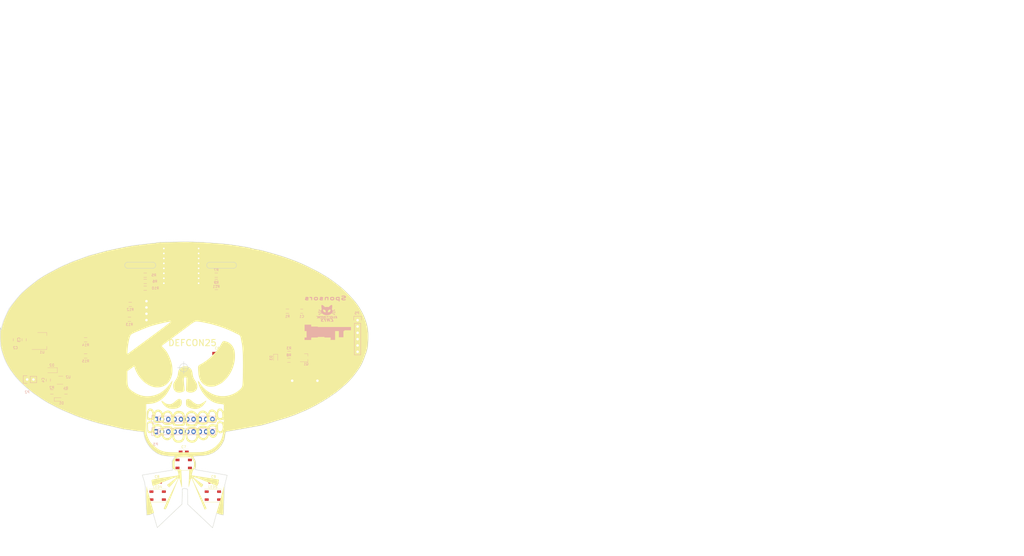
<source format=kicad_pcb>
(kicad_pcb (version 4) (host pcbnew 4.0.5)
  (layers (0 F.Cu signal) (31 B.Cu signal) (34 B.Paste user) (35 F.Paste user) (36 B.SilkS user) (37 F.SilkS user hide) (38 B.Mask user) (39 F.Mask user) (44 Edge.Cuts user))
  (net 0 "")
  (net 1 GND)
  (net 2 "Net-(BZ1-Pad1)")
  (net 3 /RST)
  (net 4 /DTR)
  (net 5 VCC)
  (net 6 +3V3)
  (net 7 +BATT)
  (net 8 "Net-(D1-Pad1)")
  (net 9 "Net-(D3-Pad1)")
  (net 10 /GPIO0)
  (net 11 "Net-(D5-Pad1)")
  (net 12 /TX)
  (net 13 /GPIO14)
  (net 14 /DOUT1)
  (net 15 /DOUT3)
  (net 16 /DOUT4)
  (net 17 "Net-(LED3-Pad2)")
  (net 18 /DOUT2)
  (net 19 /GPIO15)
  (net 20 /GPIO2)
  (net 21 /GPIO4/SDA)
  (net 22 /GPIO5/SCL)
  (net 23 /RX)
  (net 24 /ADC_IN)
  (net 25 /CH_PD)
  (net 26 /GPIO16)
  (net 27 /GPIO12)
  (net 28 /GPIO13)
  (net 29 "Net-(P5-Pad5)")
  (net 30 "Net-(Q1-Pad1)")
  (net 31 "Net-(R2-Pad1)")
  (net 32 "Net-(R4-Pad2)")
  (net 33 /ADC)
  (net 34 "Net-(D4-Pad1)")
  (net 35 "Net-(U3-Pad9)")
  (net 36 "Net-(U3-Pad10)")
  (net 37 "Net-(U3-Pad11)")
  (net 38 "Net-(U3-Pad12)")
  (net 39 "Net-(U3-Pad13)")
  (net 40 "Net-(U3-Pad14)")
  (net 41 /SCL)
  (net 42 /SDA)
  (module TIH:badge_mexa (layer F.Cu) (at 147.75 86.75)
    (fp_text reference G*** hide)
    (fp_text value LOGO hide)
  )
  (module TIH:badge_mexa (layer F.Cu) (at 144.42 89.01)
    (fp_text reference G*** hide)
    (fp_text value LOGO hide)
  )
  (module TIH:badge_mexa (layer F.Cu) (at 154.9 87.05)
    (fp_text reference G*** hide)
    (fp_text value LOGO hide)
  )
  (module TIH:badge_mexa (layer F.Cu) (at 175.49 85.74)
    (fp_text reference G*** hide)
    (fp_text value LOGO hide)
  )
  (module TIH:badge_mexa (layer F.Cu) (at 132.81 86.88)
    (fp_text reference G*** hide)
    (fp_text value LOGO hide)
  )
  (module TIH:badge_mexa (layer F.Cu) (at 346.2 -58.34)
    (fp_text reference G*** hide)
    (fp_text value LOGO hide)
  )
  (module TIH:badge_mexa (layer F.Cu) (at 478.6 -66.62)
    (fp_text reference G*** hide)
    (fp_text value LOGO hide)
  )
  (module TIH:badge_mexa (layer F.Cu) (at 348.66 -13.76)
    (fp_text reference G*** hide)
    (fp_text value LOGO hide)
  )
  (module TIH:badge_mexa (layer F.Cu) (at 481.78 -42.42)
    (fp_text reference G*** hide)
    (fp_text value LOGO hide)
  )
  (module TIH:badge_mexa (layer F.Cu) (at 381.78 0.26)
    (fp_text reference G*** hide)
    (fp_text value LOGO hide)
  )
  (module TIH:electronic_cats_logo_70x60 (layer F.Cu) (at 345.91 113.8)
    (fp_text reference G*** hide)
    (fp_text value LOGO hide)
  )
  (module TIH:electronic_cats_logo_8x6 (layer B.Cu) (at 205.11 58.1 180)
    (fp_text reference G*** hide)
    (fp_text value LOGO hide)
  )
  (module TIH:tpx_logo (layer B.Cu) (at 205.5 65.75 180)
    (fp_text reference G*** hide)
    (fp_text value LOGO hide)
  )
  (module Buzzers_Beepers:BUZZER (layer F.Cu) (at 196.25 85.25)
    (fp_text reference BZ1 (at 0.24892 -1.75006) (layer F.SilkS))
    (fp_text value Buzzer)
    (pad 2 thru_hole circle (at 5.08 0) (size 2.49936 2.49936) (drill 1.00076) (layers *.Cu *.Mask) (net 1 GND))
    (pad 1 thru_hole circle (at -5.08 0) (size 2.49936 2.49936) (drill 1.00076) (layers *.Cu *.Mask) (net 2 "Net-(BZ1-Pad1)"))
  )
  (module Capacitors_SMD:C_0805_HandSoldering (layer B.Cu) (at 195 57.25)
    (fp_text reference C1 (at 0 2.1) (layer B.SilkS) (effects (justify mirror)))
    (fp_text value 1.0uF)
    (pad 1 smd rect (at -1.25 0) (size 1.5 1.25) (layers B.Cu B.Paste B.Mask) (net 3 /RST))
    (pad 2 smd rect (at 1.25 0) (size 1.5 1.25) (layers B.Cu B.Paste B.Mask) (net 4 /DTR))
  )
  (module Capacitors_SMD:C_0805_HandSoldering (layer B.Cu) (at 79.75 68.75 270)
    (fp_text reference C2 (at 3.25 0 540) (layer B.SilkS) (effects (justify mirror)))
    (fp_text value 4.7uF)
    (pad 1 smd rect (at -1.25 0 270) (size 1.5 1.25) (layers B.Cu B.Paste B.Mask) (net 5 VCC))
    (pad 2 smd rect (at 1.25 0 270) (size 1.5 1.25) (layers B.Cu B.Paste B.Mask) (net 1 GND))
  )
  (module Capacitors_SMD:C_0805_HandSoldering (layer B.Cu) (at 83.25 68.75 270)
    (fp_text reference C3 (at 0 2.1 270) (layer B.SilkS) (effects (justify mirror)))
    (fp_text value 10uF)
    (pad 1 smd rect (at -1.25 0 270) (size 1.5 1.25) (layers B.Cu B.Paste B.Mask) (net 6 +3V3))
    (pad 2 smd rect (at 1.25 0 270) (size 1.5 1.25) (layers B.Cu B.Paste B.Mask) (net 1 GND))
  )
  (module Capacitors_SMD:C_0805_HandSoldering (layer B.Cu) (at 93 85 270)
    (fp_text reference C4 (at 0 2.1 270) (layer B.SilkS) (effects (justify mirror)))
    (fp_text value 10uF)
    (pad 1 smd rect (at -1.25 0 270) (size 1.5 1.25) (layers B.Cu B.Paste B.Mask) (net 7 +BATT))
    (pad 2 smd rect (at 1.25 0 270) (size 1.5 1.25) (layers B.Cu B.Paste B.Mask) (net 1 GND))
  )
  (module Capacitors_SMD:C_0805_HandSoldering (layer F.Cu) (at 135.5 73.75)
    (fp_text reference C5 (at 0 -2.1) (layer F.SilkS))
    (fp_text value 0.1uF)
    (pad 1 smd rect (at -1.25 0) (size 1.5 1.25) (layers F.Cu F.Paste F.Mask) (net 7 +BATT))
    (pad 2 smd rect (at 1.25 0) (size 1.5 1.25) (layers F.Cu F.Paste F.Mask) (net 1 GND))
  )
  (module Capacitors_SMD:C_0805_HandSoldering (layer F.Cu) (at 161 74.25)
    (fp_text reference C6 (at 0 -2.1) (layer F.SilkS))
    (fp_text value 0.1uF)
    (pad 1 smd rect (at -1.25 0) (size 1.5 1.25) (layers F.Cu F.Paste F.Mask) (net 7 +BATT))
    (pad 2 smd rect (at 1.25 0) (size 1.5 1.25) (layers F.Cu F.Paste F.Mask) (net 1 GND))
  )
  (module Capacitors_SMD:C_0805_HandSoldering (layer F.Cu) (at 147.5 114)
    (fp_text reference C7 (at 0 -2.1) (layer F.SilkS))
    (fp_text value 0.1uF)
    (pad 1 smd rect (at -1.25 0) (size 1.5 1.25) (layers F.Cu F.Paste F.Mask) (net 7 +BATT))
    (pad 2 smd rect (at 1.25 0) (size 1.5 1.25) (layers F.Cu F.Paste F.Mask) (net 1 GND))
  )
  (module Capacitors_SMD:C_0805_HandSoldering (layer F.Cu) (at 136.75 126)
    (fp_text reference C8 (at 0 -2.1) (layer F.SilkS))
    (fp_text value 0.1uF)
    (pad 1 smd rect (at -1.25 0) (size 1.5 1.25) (layers F.Cu F.Paste F.Mask) (net 7 +BATT))
    (pad 2 smd rect (at 1.25 0) (size 1.5 1.25) (layers F.Cu F.Paste F.Mask) (net 1 GND))
  )
  (module Capacitors_SMD:C_0805_HandSoldering (layer F.Cu) (at 159.5 126)
    (fp_text reference C9 (at 0 -2.1) (layer F.SilkS))
    (fp_text value 0.1uF)
    (pad 1 smd rect (at -1.25 0) (size 1.5 1.25) (layers F.Cu F.Paste F.Mask) (net 7 +BATT))
    (pad 2 smd rect (at 1.25 0) (size 1.5 1.25) (layers F.Cu F.Paste F.Mask) (net 1 GND))
  )
  (module LEDs:LED_0805 (layer B.Cu) (at 97.15 92.75)
    (fp_text reference D1 (at 1.1 1.5) (layer B.SilkS) (effects (justify mirror)))
    (fp_text value LED)
    (pad 2 smd rect (at 1.1 0 180) (size 1.2 1.2) (layers B.Cu B.Paste B.Mask) (net 5 VCC))
    (pad 1 smd rect (at -1.1 0 180) (size 1.2 1.2) (layers B.Cu B.Paste B.Mask) (net 8 "Net-(D1-Pad1)"))
  )
  (module Diodes_SMD:SOD-123 (layer B.Cu) (at 94.4 81 180)
    (fp_text reference D2 (at 0 2 180) (layer B.SilkS) (effects (justify mirror)))
    (fp_text value MBR120)
    (pad 1 smd rect (at -1.65 0 180) (size 0.9 1.2) (layers B.Cu B.Paste B.Mask) (net 5 VCC))
    (pad 2 smd rect (at 1.65 0 180) (size 0.9 1.2) (layers B.Cu B.Paste B.Mask) (net 7 +BATT))
  )
  (module Diodes_SMD:SOD-323 (layer B.Cu) (at 184.5 76.05 270)
    (fp_text reference D3 (at 0 1.85 270) (layer B.SilkS) (effects (justify mirror)))
    (fp_text value 1N4148)
    (pad 1 smd rect (at -1.05 0 270) (size 0.6 0.45) (layers B.Cu B.Paste B.Mask) (net 9 "Net-(D3-Pad1)"))
    (pad 2 smd rect (at 1.05 0 270) (size 0.6 0.45) (layers B.Cu B.Paste B.Mask) (net 10 /GPIO0))
  )
  (module Diodes_SMD:SOD-323 (layer F.Cu) (at 209.75 65.25)
    (fp_text reference D5 (at 0 -1.85) (layer F.SilkS))
    (fp_text value 1N4148)
    (pad 1 smd rect (at -1.05 0) (size 0.6 0.45) (layers F.Cu F.Paste F.Mask) (net 11 "Net-(D5-Pad1)"))
    (pad 2 smd rect (at 1.05 0) (size 0.6 0.45) (layers F.Cu F.Paste F.Mask) (net 12 /TX))
  )
  (module Socket_Strips:Socket_Strip_Straight_1x02 (layer B.Cu) (at 84.46 84.75)
    (fp_text reference P2 (at 0 5.1) (layer B.SilkS) (effects (justify mirror)))
    (fp_text value LiPo)
    (pad 1 thru_hole rect (at 0 0) (size 2.032 2.032) (drill 1.016) (layers *.Cu *.Mask) (net 7 +BATT))
    (pad 2 thru_hole oval (at 2.54 0) (size 2.032 2.032) (drill 1.016) (layers *.Cu *.Mask) (net 1 GND))
  )
  (module Socket_Strips:Socket_Strip_Straight_1x10 (layer B.Cu) (at 136.22 105.75)
    (fp_text reference P3 (at 0 5.1) (layer B.SilkS) (effects (justify mirror)))
    (fp_text value CONN_01X10)
    (pad 1 thru_hole rect (at 0 0) (size 1.7272 2.032) (drill 1.016) (layers *.Cu *.Mask) (net 7 +BATT))
    (pad 2 thru_hole oval (at 2.54 0) (size 1.7272 2.032) (drill 1.016) (layers *.Cu *.Mask) (net 19 /GPIO15))
    (pad 3 thru_hole oval (at 5.08 0) (size 1.7272 2.032) (drill 1.016) (layers *.Cu *.Mask) (net 20 /GPIO2))
    (pad 4 thru_hole oval (at 7.62 0) (size 1.7272 2.032) (drill 1.016) (layers *.Cu *.Mask) (net 10 /GPIO0))
    (pad 5 thru_hole oval (at 10.16 0) (size 1.7272 2.032) (drill 1.016) (layers *.Cu *.Mask) (net 1 GND))
    (pad 6 thru_hole oval (at 12.7 0) (size 1.7272 2.032) (drill 1.016) (layers *.Cu *.Mask) (net 21 /GPIO4/SDA))
    (pad 7 thru_hole oval (at 15.24 0) (size 1.7272 2.032) (drill 1.016) (layers *.Cu *.Mask) (net 22 /GPIO5/SCL))
    (pad 8 thru_hole oval (at 17.78 0) (size 1.7272 2.032) (drill 1.016) (layers *.Cu *.Mask) (net 12 /TX))
    (pad 9 thru_hole oval (at 20.32 0) (size 1.7272 2.032) (drill 1.016) (layers *.Cu *.Mask) (net 23 /RX))
    (pad 10 thru_hole oval (at 22.86 0) (size 1.7272 2.032) (drill 1.016) (layers *.Cu *.Mask) (net 1 GND))
  )
  (module Socket_Strips:Socket_Strip_Straight_1x10 (layer B.Cu) (at 136.22 100.75)
    (fp_text reference P4 (at 0 5.1) (layer B.SilkS) (effects (justify mirror)))
    (fp_text value CONN_01X10)
    (pad 1 thru_hole rect (at 0 0) (size 1.7272 2.032) (drill 1.016) (layers *.Cu *.Mask) (net 1 GND))
    (pad 2 thru_hole oval (at 2.54 0) (size 1.7272 2.032) (drill 1.016) (layers *.Cu *.Mask) (net 1 GND))
    (pad 3 thru_hole oval (at 5.08 0) (size 1.7272 2.032) (drill 1.016) (layers *.Cu *.Mask) (net 24 /ADC_IN))
    (pad 4 thru_hole oval (at 7.62 0) (size 1.7272 2.032) (drill 1.016) (layers *.Cu *.Mask) (net 25 /CH_PD))
    (pad 5 thru_hole oval (at 10.16 0) (size 1.7272 2.032) (drill 1.016) (layers *.Cu *.Mask) (net 26 /GPIO16))
    (pad 6 thru_hole oval (at 12.7 0) (size 1.7272 2.032) (drill 1.016) (layers *.Cu *.Mask) (net 13 /GPIO14))
    (pad 7 thru_hole oval (at 15.24 0) (size 1.7272 2.032) (drill 1.016) (layers *.Cu *.Mask) (net 27 /GPIO12))
    (pad 8 thru_hole oval (at 17.78 0) (size 1.7272 2.032) (drill 1.016) (layers *.Cu *.Mask) (net 28 /GPIO13))
    (pad 9 thru_hole oval (at 20.32 0) (size 1.7272 2.032) (drill 1.016) (layers *.Cu *.Mask) (net 6 +3V3))
    (pad 10 thru_hole oval (at 22.86 0) (size 1.7272 2.032) (drill 1.016) (layers *.Cu *.Mask) (net 5 VCC))
  )
  (module Socket_Strips:Socket_Strip_Straight_1x06 (layer B.Cu) (at 217.5 60.88 270)
    (fp_text reference P5 (at -2.88 0.25 360) (layer B.SilkS) (effects (justify mirror)))
    (fp_text value "USB Serial")
    (pad 1 thru_hole rect (at 0 0 270) (size 1.7272 2.032) (drill 1.016) (layers *.Cu *.Mask) (net 4 /DTR))
    (pad 2 thru_hole oval (at 2.54 0 270) (size 1.7272 2.032) (drill 1.016) (layers *.Cu *.Mask) (net 23 /RX))
    (pad 3 thru_hole oval (at 5.08 0 270) (size 1.7272 2.032) (drill 1.016) (layers *.Cu *.Mask) (net 11 "Net-(D5-Pad1)"))
    (pad 4 thru_hole oval (at 7.62 0 270) (size 1.7272 2.032) (drill 1.016) (layers *.Cu *.Mask) (net 5 VCC))
    (pad 5 thru_hole oval (at 10.16 0 270) (size 1.7272 2.032) (drill 1.016) (layers *.Cu *.Mask) (net 29 "Net-(P5-Pad5)"))
    (pad 6 thru_hole oval (at 12.7 0 270) (size 1.7272 2.032) (drill 1.016) (layers *.Cu *.Mask) (net 1 GND))
  )
  (module Socket_Strips:Socket_Strip_Straight_1x04 (layer F.Cu) (at 132.5 60.83 90)
    (fp_text reference P6 (at 0 -5.1 90) (layer F.SilkS))
    (fp_text value OLED_I2C)
    (pad 1 thru_hole rect (at 0 0 90) (size 1.7272 2.032) (drill 1.016) (layers *.Cu *.Mask) (net 1 GND))
    (pad 2 thru_hole oval (at 2.54 0 90) (size 1.7272 2.032) (drill 1.016) (layers *.Cu *.Mask) (net 6 +3V3))
    (pad 3 thru_hole oval (at 5.08 0 90) (size 1.7272 2.032) (drill 1.016) (layers *.Cu *.Mask) (net 22 /GPIO5/SCL))
    (pad 4 thru_hole oval (at 7.62 0 90) (size 1.7272 2.032) (drill 1.016) (layers *.Cu *.Mask) (net 21 /GPIO4/SDA))
  )
  (module TO_SOT_Packages_SMD:SOT-23_Handsoldering (layer B.Cu) (at 196.75 76)
    (fp_text reference Q1 (at 0 2.5) (layer B.SilkS) (effects (justify mirror)))
    (fp_text value Q_PNP_BCE)
    (pad 1 smd rect (at -1.5 0.95) (size 1.9 0.8) (layers B.Cu B.Paste B.Mask) (net 30 "Net-(Q1-Pad1)"))
    (pad 2 smd rect (at -1.5 -0.95) (size 1.9 0.8) (layers B.Cu B.Paste B.Mask) (net 2 "Net-(BZ1-Pad1)"))
    (pad 3 smd rect (at 1.5 0) (size 1.9 0.8) (layers B.Cu B.Paste B.Mask) (net 7 +BATT))
  )
  (module Resistors_SMD:R_0805_HandSoldering (layer B.Cu) (at 189.25 57.25)
    (fp_text reference R1 (at 0 2.1) (layer B.SilkS) (effects (justify mirror)))
    (fp_text value 10K)
    (pad 1 smd rect (at -1.35 0) (size 1.5 1.3) (layers B.Cu B.Paste B.Mask) (net 6 +3V3))
    (pad 2 smd rect (at 1.35 0) (size 1.5 1.3) (layers B.Cu B.Paste B.Mask) (net 3 /RST))
  )
  (module Resistors_SMD:R_0805_HandSoldering (layer B.Cu) (at 94.4 89.75 180)
    (fp_text reference R2 (at 0 1.75 180) (layer B.SilkS) (effects (justify mirror)))
    (fp_text value 1K)
    (pad 1 smd rect (at -1.35 0 180) (size 1.5 1.3) (layers B.Cu B.Paste B.Mask) (net 31 "Net-(R2-Pad1)"))
    (pad 2 smd rect (at 1.35 0 180) (size 1.5 1.3) (layers B.Cu B.Paste B.Mask) (net 8 "Net-(D1-Pad1)"))
  )
  (module Resistors_SMD:R_0805_HandSoldering (layer B.Cu) (at 189.9 74.25 180)
    (fp_text reference R3 (at 0 2.1 180) (layer B.SilkS) (effects (justify mirror)))
    (fp_text value 1K)
    (pad 1 smd rect (at -1.35 0 180) (size 1.5 1.3) (layers B.Cu B.Paste B.Mask) (net 6 +3V3))
    (pad 2 smd rect (at 1.35 0 180) (size 1.5 1.3) (layers B.Cu B.Paste B.Mask) (net 9 "Net-(D3-Pad1)"))
  )
  (module Resistors_SMD:R_0805_HandSoldering (layer B.Cu) (at 100.1 89.75)
    (fp_text reference R4 (at -0.1 -1.5) (layer B.SilkS) (effects (justify mirror)))
    (fp_text value 10K)
    (pad 1 smd rect (at -1.35 0) (size 1.5 1.3) (layers B.Cu B.Paste B.Mask) (net 1 GND))
    (pad 2 smd rect (at 1.35 0) (size 1.5 1.3) (layers B.Cu B.Paste B.Mask) (net 32 "Net-(R4-Pad2)"))
  )
  (module Resistors_SMD:R_0805_HandSoldering (layer B.Cu) (at 132 42.75)
    (fp_text reference R5 (at 3.5 0) (layer B.SilkS) (effects (justify mirror)))
    (fp_text value 220K)
    (pad 1 smd rect (at -1.35 0) (size 1.5 1.3) (layers B.Cu B.Paste B.Mask) (net 24 /ADC_IN))
    (pad 2 smd rect (at 1.35 0) (size 1.5 1.3) (layers B.Cu B.Paste B.Mask) (net 33 /ADC))
  )
  (module Resistors_SMD:R_0805_HandSoldering (layer B.Cu) (at 132 45.25 180)
    (fp_text reference R6 (at -3.9 0 180) (layer B.SilkS) (effects (justify mirror)))
    (fp_text value 100K)
    (pad 1 smd rect (at -1.35 0 180) (size 1.5 1.3) (layers B.Cu B.Paste B.Mask) (net 33 /ADC))
    (pad 2 smd rect (at 1.35 0 180) (size 1.5 1.3) (layers B.Cu B.Paste B.Mask) (net 1 GND))
  )
  (module Resistors_SMD:R_0805_HandSoldering (layer B.Cu) (at 160.6 42.75 180)
    (fp_text reference R7 (at 0 2.1 180) (layer B.SilkS) (effects (justify mirror)))
    (fp_text value 1K)
    (pad 1 smd rect (at -1.35 0 180) (size 1.5 1.3) (layers B.Cu B.Paste B.Mask) (net 34 "Net-(D4-Pad1)"))
    (pad 2 smd rect (at 1.35 0 180) (size 1.5 1.3) (layers B.Cu B.Paste B.Mask) (net 10 /GPIO0))
  )
  (module Resistors_SMD:R_0805_HandSoldering (layer B.Cu) (at 189.85 77 180)
    (fp_text reference R8 (at 0 2.1 180) (layer B.SilkS) (effects (justify mirror)))
    (fp_text value 2.2K)
    (pad 1 smd rect (at -1.35 0 180) (size 1.5 1.3) (layers B.Cu B.Paste B.Mask) (net 30 "Net-(Q1-Pad1)"))
    (pad 2 smd rect (at 1.35 0 180) (size 1.5 1.3) (layers B.Cu B.Paste B.Mask) (net 26 /GPIO16))
  )
  (module Resistors_SMD:R_0805_HandSoldering (layer B.Cu) (at 160.65 47.75 180)
    (fp_text reference R9 (at 0 2.1 180) (layer B.SilkS) (effects (justify mirror)))
    (fp_text value 10K)
    (pad 1 smd rect (at -1.35 0 180) (size 1.5 1.3) (layers B.Cu B.Paste B.Mask) (net 6 +3V3))
    (pad 2 smd rect (at 1.35 0 180) (size 1.5 1.3) (layers B.Cu B.Paste B.Mask) (net 20 /GPIO2))
  )
  (module Resistors_SMD:R_0805_HandSoldering (layer B.Cu) (at 132 48)
    (fp_text reference R10 (at 4.1 0) (layer B.SilkS) (effects (justify mirror)))
    (fp_text value 10K)
    (pad 1 smd rect (at -1.35 0) (size 1.5 1.3) (layers B.Cu B.Paste B.Mask) (net 6 +3V3))
    (pad 2 smd rect (at 1.35 0) (size 1.5 1.3) (layers B.Cu B.Paste B.Mask) (net 25 /CH_PD))
  )
  (module Resistors_SMD:R_0805_HandSoldering (layer B.Cu) (at 160.6 45.25)
    (fp_text reference R11 (at 0 2.1) (layer B.SilkS) (effects (justify mirror)))
    (fp_text value 10K)
    (pad 1 smd rect (at -1.35 0) (size 1.5 1.3) (layers B.Cu B.Paste B.Mask) (net 19 /GPIO15))
    (pad 2 smd rect (at 1.35 0) (size 1.5 1.3) (layers B.Cu B.Paste B.Mask) (net 1 GND))
  )
  (module Resistors_SMD:R_0805_HandSoldering (layer B.Cu) (at 126 54.5)
    (fp_text reference R12 (at 0 2.1) (layer B.SilkS) (effects (justify mirror)))
    (fp_text value 3k3)
    (pad 1 smd rect (at -1.35 0) (size 1.5 1.3) (layers B.Cu B.Paste B.Mask) (net 6 +3V3))
    (pad 2 smd rect (at 1.35 0) (size 1.5 1.3) (layers B.Cu B.Paste B.Mask) (net 41 /SCL))
  )
  (module Resistors_SMD:R_0805_HandSoldering (layer B.Cu) (at 125.65 60.5)
    (fp_text reference R13 (at 0 2.1) (layer B.SilkS) (effects (justify mirror)))
    (fp_text value 3k3)
    (pad 1 smd rect (at -1.35 0) (size 1.5 1.3) (layers B.Cu B.Paste B.Mask) (net 6 +3V3))
    (pad 2 smd rect (at 1.35 0) (size 1.5 1.3) (layers B.Cu B.Paste B.Mask) (net 42 /SDA))
  )
  (module Resistors_SMD:R_0805_HandSoldering (layer B.Cu) (at 108 68.75)
    (fp_text reference R14 (at 0 2.1) (layer B.SilkS) (effects (justify mirror)))
    (fp_text value 10K)
    (pad 1 smd rect (at -1.35 0) (size 1.5 1.3) (layers B.Cu B.Paste B.Mask) (net 6 +3V3))
    (pad 2 smd rect (at 1.35 0) (size 1.5 1.3) (layers B.Cu B.Paste B.Mask) (net 1 GND))
  )
  (module Resistors_SMD:R_0805_HandSoldering (layer B.Cu) (at 108 75.25)
    (fp_text reference R15 (at 0 2.1) (layer B.SilkS) (effects (justify mirror)))
    (fp_text value 10K)
    (pad 1 smd rect (at -1.35 0) (size 1.5 1.3) (layers B.Cu B.Paste B.Mask) (net 6 +3V3))
    (pad 2 smd rect (at 1.35 0) (size 1.5 1.3) (layers B.Cu B.Paste B.Mask) (net 1 GND))
  )
  (module TIH:SW_B3U-1000P (layer F.Cu) (at 193.5 63.25)
    (fp_text reference SW1 (at -0.9744 -2.0064) (layer F.SilkS) (effects (font (size 0.64 0.64) (thickness 0.05))))
    (fp_text value SW_RESET (at -0.568 2.0436) (layer F.SilkS) (effects (font (size 0.64 0.64) (thickness 0.05))))
    (pad 2 smd rect (at 1.7 0 180) (size 0.8 1.7) (layers F.Cu F.Paste F.Mask) (net 1 GND))
    (pad 1 smd rect (at -1.7 0 180) (size 0.8 1.7) (layers F.Cu F.Paste F.Mask) (net 3 /RST))
  )
  (module TIH:SW_B3U-1000P (layer F.Cu) (at 191.5 78.5)
    (fp_text reference SW2 (at -0.9744 -2.0064) (layer F.SilkS) (effects (font (size 0.64 0.64) (thickness 0.05))))
    (fp_text value SW_BOOT (at -0.568 2.0436) (layer F.SilkS) (effects (font (size 0.64 0.64) (thickness 0.05))))
    (pad 2 smd rect (at 1.7 0 180) (size 0.8 1.7) (layers F.Cu F.Paste F.Mask) (net 10 /GPIO0))
    (pad 1 smd rect (at -1.7 0 180) (size 0.8 1.7) (layers F.Cu F.Paste F.Mask) (net 1 GND))
  )
  (module TIH:SW_B3U-1000P (layer F.Cu) (at 116 68.75)
    (fp_text reference SW3 (at -0.9744 -2.0064) (layer F.SilkS) (effects (font (size 0.64 0.64) (thickness 0.05))))
    (fp_text value SW_PUSH (at -0.568 2.0436) (layer F.SilkS) (effects (font (size 0.64 0.64) (thickness 0.05))))
    (pad 2 smd rect (at 1.7 0 180) (size 0.8 1.7) (layers F.Cu F.Paste F.Mask) (net 1 GND))
    (pad 1 smd rect (at -1.7 0 180) (size 0.8 1.7) (layers F.Cu F.Paste F.Mask) (net 28 /GPIO13))
  )
  (module TIH:SW_B3U-1000P (layer F.Cu) (at 115.8 75.75)
    (fp_text reference SW4 (at -0.9744 -2.0064) (layer F.SilkS) (effects (font (size 0.64 0.64) (thickness 0.05))))
    (fp_text value SW_PUSH (at -0.568 2.0436) (layer F.SilkS) (effects (font (size 0.64 0.64) (thickness 0.05))))
    (pad 2 smd rect (at 1.7 0 180) (size 0.8 1.7) (layers F.Cu F.Paste F.Mask) (net 1 GND))
    (pad 1 smd rect (at -1.7 0 180) (size 0.8 1.7) (layers F.Cu F.Paste F.Mask) (net 27 /GPIO12))
  )
  (module TO_SOT_Packages_SMD:SOT-223 (layer B.Cu) (at 90.5 69.25)
    (fp_text reference U1 (at 0 4.5) (layer B.SilkS) (effects (justify mirror)))
    (fp_text value SPX1117)
    (pad 4 smd rect (at 3.15 0) (size 2 3.8) (layers B.Cu B.Paste B.Mask))
    (pad 2 smd rect (at -3.15 0) (size 2 1.5) (layers B.Cu B.Paste B.Mask) (net 6 +3V3))
    (pad 3 smd rect (at -3.15 -2.3) (size 2 1.5) (layers B.Cu B.Paste B.Mask) (net 5 VCC))
    (pad 1 smd rect (at -3.15 2.3) (size 2 1.5) (layers B.Cu B.Paste B.Mask) (net 1 GND))
  )
  (module TO_SOT_Packages_SMD:SOT-23-5 (layer B.Cu) (at 98 85)
    (fp_text reference U2 (at 3 -1.25 180) (layer B.SilkS) (effects (justify mirror)))
    (fp_text value MCP73831)
    (pad 1 smd rect (at -1.1 0.95) (size 1.06 0.65) (layers B.Cu B.Paste B.Mask) (net 31 "Net-(R2-Pad1)"))
    (pad 2 smd rect (at -1.1 0) (size 1.06 0.65) (layers B.Cu B.Paste B.Mask) (net 1 GND))
    (pad 3 smd rect (at -1.1 -0.95) (size 1.06 0.65) (layers B.Cu B.Paste B.Mask) (net 7 +BATT))
    (pad 4 smd rect (at 1.1 -0.95) (size 1.06 0.65) (layers B.Cu B.Paste B.Mask) (net 5 VCC))
    (pad 5 smd rect (at 1.1 0.95) (size 1.06 0.65) (layers B.Cu B.Paste B.Mask) (net 32 "Net-(R4-Pad2)"))
  )
  (module ESP8266:ESP-12E (layer F.Cu) (at 139.5 32)
    (fp_text reference U3 (at -2 -2) (layer F.SilkS))
    (fp_text value ESP-12E)
    (pad 1 thru_hole rect (at 0 0) (size 2.5 1.1) (drill 0.65 (offset -0.7 0)) (layers *.Cu *.Mask F.SilkS) (net 3 /RST))
    (pad 2 thru_hole oval (at 0 2) (size 2.5 1.1) (drill 0.65 (offset -0.7 0)) (layers *.Cu *.Mask F.SilkS) (net 33 /ADC))
    (pad 3 thru_hole oval (at 0 4) (size 2.5 1.1) (drill 0.65 (offset -0.7 0)) (layers *.Cu *.Mask F.SilkS) (net 25 /CH_PD))
    (pad 4 thru_hole oval (at 0 6) (size 2.5 1.1) (drill 0.65 (offset -0.7 0)) (layers *.Cu *.Mask F.SilkS) (net 26 /GPIO16))
    (pad 5 thru_hole oval (at 0 8) (size 2.5 1.1) (drill 0.65 (offset -0.7 0)) (layers *.Cu *.Mask F.SilkS) (net 13 /GPIO14))
    (pad 6 thru_hole oval (at 0 10) (size 2.5 1.1) (drill 0.65 (offset -0.7 0)) (layers *.Cu *.Mask F.SilkS) (net 27 /GPIO12))
    (pad 7 thru_hole oval (at 0 12) (size 2.5 1.1) (drill 0.65 (offset -0.7 0)) (layers *.Cu *.Mask F.SilkS) (net 28 /GPIO13))
    (pad 8 thru_hole oval (at 0 14) (size 2.5 1.1) (drill 0.65 (offset -0.7 0)) (layers *.Cu *.Mask F.SilkS) (net 6 +3V3))
    (pad 9 smd oval (at 1.99 15.75 90) (size 2.4 1.1) (layers F.Cu F.Paste F.Mask) (net 35 "Net-(U3-Pad9)"))
    (pad 10 smd oval (at 3.99 15.75 90) (size 2.4 1.1) (layers F.Cu F.Paste F.Mask) (net 36 "Net-(U3-Pad10)"))
    (pad 11 smd oval (at 5.99 15.75 90) (size 2.4 1.1) (layers F.Cu F.Paste F.Mask) (net 37 "Net-(U3-Pad11)"))
    (pad 12 smd oval (at 7.99 15.75 90) (size 2.4 1.1) (layers F.Cu F.Paste F.Mask) (net 38 "Net-(U3-Pad12)"))
    (pad 13 smd oval (at 9.99 15.75 90) (size 2.4 1.1) (layers F.Cu F.Paste F.Mask) (net 39 "Net-(U3-Pad13)"))
    (pad 14 smd oval (at 11.99 15.75 90) (size 2.4 1.1) (layers F.Cu F.Paste F.Mask) (net 40 "Net-(U3-Pad14)"))
    (pad 15 thru_hole oval (at 14 14) (size 2.5 1.1) (drill 0.65 (offset 0.7 0)) (layers *.Cu *.Mask F.SilkS) (net 1 GND))
    (pad 16 thru_hole oval (at 14 12) (size 2.5 1.1) (drill 0.65 (offset 0.6 0)) (layers *.Cu *.Mask F.SilkS) (net 19 /GPIO15))
    (pad 17 thru_hole oval (at 14 10) (size 2.5 1.1) (drill 0.65 (offset 0.7 0)) (layers *.Cu *.Mask F.SilkS) (net 20 /GPIO2))
    (pad 18 thru_hole oval (at 14 8) (size 2.5 1.1) (drill 0.65 (offset 0.7 0)) (layers *.Cu *.Mask F.SilkS) (net 10 /GPIO0))
    (pad 19 thru_hole oval (at 14 6) (size 2.5 1.1) (drill 0.65 (offset 0.7 0)) (layers *.Cu *.Mask F.SilkS) (net 42 /SDA))
    (pad 20 thru_hole oval (at 14 4) (size 2.5 1.1) (drill 0.65 (offset 0.7 0)) (layers *.Cu *.Mask F.SilkS) (net 41 /SCL))
    (pad 21 thru_hole oval (at 14 2) (size 2.5 1.1) (drill 0.65 (offset 0.7 0)) (layers *.Cu *.Mask F.SilkS) (net 12 /TX))
    (pad 22 thru_hole oval (at 14 0) (size 2.5 1.1) (drill 0.65 (offset 0.7 0)) (layers *.Cu *.Mask F.SilkS) (net 23 /RX))
  )
  (module LEDs:LED_WS2812B-PLCC4 (layer F.Cu) (at 135.5 79.4)
    (fp_text reference LED1 (at 0 -3.5) (layer F.SilkS))
    (fp_text value MADW__WS2812B)
    (pad 3 smd rect (at 2.5 1.6) (size 1.6 1) (layers F.Cu F.Paste F.Mask) (net 1 GND))
    (pad 4 smd rect (at 2.5 -1.6) (size 1.6 1) (layers F.Cu F.Paste F.Mask) (net 13 /GPIO14))
    (pad 2 smd rect (at -2.5 1.6) (size 1.6 1) (layers F.Cu F.Paste F.Mask) (net 14 /DOUT1))
    (pad 1 smd rect (at -2.5 -1.6) (size 1.6 1) (layers F.Cu F.Paste F.Mask) (net 7 +BATT))
  )
  (module LEDs:LED_WS2812B-PLCC4 (layer F.Cu) (at 161 79.75)
    (fp_text reference LED2 (at 0 -3.5) (layer F.SilkS))
    (fp_text value MADW__WS2812B)
    (pad 3 smd rect (at 2.5 1.6) (size 1.6 1) (layers F.Cu F.Paste F.Mask) (net 1 GND))
    (pad 4 smd rect (at 2.5 -1.6) (size 1.6 1) (layers F.Cu F.Paste F.Mask) (net 15 /DOUT3))
    (pad 2 smd rect (at -2.5 1.6) (size 1.6 1) (layers F.Cu F.Paste F.Mask) (net 16 /DOUT4))
    (pad 1 smd rect (at -2.5 -1.6) (size 1.6 1) (layers F.Cu F.Paste F.Mask) (net 7 +BATT))
  )
  (module LEDs:LED_WS2812B-PLCC4 (layer F.Cu) (at 147.5 118.75)
    (fp_text reference LED3 (at 0 -3.5) (layer F.SilkS))
    (fp_text value MADW__WS2812B)
    (pad 3 smd rect (at 2.5 1.6) (size 1.6 1) (layers F.Cu F.Paste F.Mask) (net 1 GND))
    (pad 4 smd rect (at 2.5 -1.6) (size 1.6 1) (layers F.Cu F.Paste F.Mask) (net 16 /DOUT4))
    (pad 2 smd rect (at -2.5 1.6) (size 1.6 1) (layers F.Cu F.Paste F.Mask) (net 17 "Net-(LED3-Pad2)"))
    (pad 1 smd rect (at -2.5 -1.6) (size 1.6 1) (layers F.Cu F.Paste F.Mask) (net 7 +BATT))
  )
  (module LEDs:LED_WS2812B-PLCC4 (layer F.Cu) (at 137 131.5)
    (fp_text reference LED4 (at 0 -3.5) (layer F.SilkS))
    (fp_text value MADW__WS2812B)
    (pad 3 smd rect (at 2.5 1.6) (size 1.6 1) (layers F.Cu F.Paste F.Mask) (net 1 GND))
    (pad 4 smd rect (at 2.5 -1.6) (size 1.6 1) (layers F.Cu F.Paste F.Mask) (net 18 /DOUT2))
    (pad 2 smd rect (at -2.5 1.6) (size 1.6 1) (layers F.Cu F.Paste F.Mask) (net 15 /DOUT3))
    (pad 1 smd rect (at -2.5 -1.6) (size 1.6 1) (layers F.Cu F.Paste F.Mask) (net 7 +BATT))
  )
  (module LEDs:LED_WS2812B-PLCC4 (layer F.Cu) (at 159.25 131.5)
    (fp_text reference LED5 (at 0 -3.5) (layer F.SilkS))
    (fp_text value MADW__WS2812B)
    (pad 3 smd rect (at 2.5 1.6) (size 1.6 1) (layers F.Cu F.Paste F.Mask) (net 1 GND))
    (pad 4 smd rect (at 2.5 -1.6) (size 1.6 1) (layers F.Cu F.Paste F.Mask) (net 14 /DOUT1))
    (pad 2 smd rect (at -2.5 1.6) (size 1.6 1) (layers F.Cu F.Paste F.Mask) (net 18 /DOUT2))
    (pad 1 smd rect (at -2.5 -1.6) (size 1.6 1) (layers F.Cu F.Paste F.Mask) (net 7 +BATT))
  )
  (gr_text DEFCON25 (at 151 70) (layer F.SilkS) (effects (font (size 2.5 2.5) (thickness 0.375))))
  (gr_arc (start 158 38.75) (end 158 40) (angle 180) (layer Edge.Cuts) (width 0.15))
  (gr_arc (start 135 38.75) (end 135 37.5) (angle 180) (layer Edge.Cuts) (width 0.15))
  (gr_line (start 125 37.5) (end 135 37.5) (layer Edge.Cuts) (width 0.15))
  (gr_line (start 135 40) (end 125 40) (layer Edge.Cuts) (width 0.15))
  (gr_arc (start 125 38.75) (end 125 40) (angle 180) (layer Edge.Cuts) (width 0.15))
  (gr_arc (start 167.5 38.75) (end 167.5 37.5) (angle 180) (layer Edge.Cuts) (width 0.15))
  (gr_line (start 167.5 40) (end 158 40) (layer Edge.Cuts) (width 0.15))
  (gr_line (start 158 37.5) (end 167.5 37.5) (layer Edge.Cuts) (width 0.15))
  (target plus (at 147.5 80) (size 5) (width 0.15) (layer Edge.Cuts))
  (gr_text Sponsors (at 204.55 52.01) (layer B.SilkS) (effects (font (size 1.5 2.5) (thickness 0.375)) (justify mirror)))
  (gr_line (start 131.44 106.51) (end 131.37 105.84) (layer Edge.Cuts) (width 0.15))
  (gr_line (start 131.69 107.85) (end 131.44 106.51) (layer Edge.Cuts) (width 0.15))
  (gr_line (start 132.03 108.92) (end 131.69 107.85) (layer Edge.Cuts) (width 0.15))
  (gr_line (start 132.51 109.93) (end 132.03 108.92) (layer Edge.Cuts) (width 0.15))
  (gr_line (start 133.03 110.79) (end 132.51 109.93) (layer Edge.Cuts) (width 0.15))
  (gr_line (start 133.71 111.78) (end 133.03 110.79) (layer Edge.Cuts) (width 0.15))
  (gr_line (start 134.43 112.59) (end 133.71 111.78) (layer Edge.Cuts) (width 0.15))
  (gr_line (start 135.27 113.41) (end 134.43 112.59) (layer Edge.Cuts) (width 0.15))
  (gr_line (start 136.28 114.12) (end 135.27 113.41) (layer Edge.Cuts) (width 0.15))
  (gr_line (start 136.92 114.56) (end 136.28 114.12) (layer Edge.Cuts) (width 0.15))
  (gr_line (start 137.68 114.85) (end 136.92 114.56) (layer Edge.Cuts) (width 0.15))
  (gr_line (start 138.69 115.22) (end 137.68 114.85) (layer Edge.Cuts) (width 0.15))
  (gr_line (start 140.37 115.5) (end 138.69 115.22) (layer Edge.Cuts) (width 0.15))
  (gr_line (start 141.66 115.65) (end 140.37 115.5) (layer Edge.Cuts) (width 0.15))
  (gr_line (start 143.87 115.62) (end 141.66 115.65) (layer Edge.Cuts) (width 0.15))
  (gr_line (start 143.9 115.73) (end 143.87 115.62) (layer Edge.Cuts) (width 0.15))
  (gr_line (start 142.79 117.58) (end 143.9 115.73) (layer Edge.Cuts) (width 0.15))
  (gr_line (start 142.82 119.84) (end 142.79 117.58) (layer Edge.Cuts) (width 0.15))
  (gr_line (start 142.93 120.59) (end 142.82 119.84) (layer Edge.Cuts) (width 0.15))
  (gr_line (start 143 121.19) (end 142.93 120.59) (layer Edge.Cuts) (width 0.15))
  (gr_line (start 130.81 123.22) (end 143 121.19) (layer Edge.Cuts) (width 0.15))
  (gr_line (start 131.76 126.2) (end 130.81 123.22) (layer Edge.Cuts) (width 0.15))
  (gr_line (start 131.98 127.76) (end 131.76 126.2) (layer Edge.Cuts) (width 0.15))
  (gr_line (start 132.58 139.3) (end 131.98 127.76) (layer Edge.Cuts) (width 0.15))
  (gr_line (start 133.44 139.24) (end 132.58 139.3) (layer Edge.Cuts) (width 0.15))
  (gr_line (start 134.19 139.02) (end 133.44 139.24) (layer Edge.Cuts) (width 0.15))
  (gr_line (start 135.15 138.6) (end 134.19 139.02) (layer Edge.Cuts) (width 0.15))
  (gr_line (start 136.85 144.37) (end 135.15 138.6) (layer Edge.Cuts) (width 0.15))
  (gr_line (start 146.79 134.95) (end 136.85 144.37) (layer Edge.Cuts) (width 0.15))
  (gr_line (start 146.95 128.83) (end 146.79 134.95) (layer Edge.Cuts) (width 0.15))
  (gr_line (start 147.65 128.61) (end 146.95 128.83) (layer Edge.Cuts) (width 0.15))
  (gr_line (start 148.62 128.77) (end 147.65 128.61) (layer Edge.Cuts) (width 0.15))
  (gr_line (start 149.04 128.97) (end 148.62 128.77) (layer Edge.Cuts) (width 0.15))
  (gr_line (start 149.07 134.99) (end 149.04 128.97) (layer Edge.Cuts) (width 0.15))
  (gr_line (start 159.12 144.45) (end 149.07 134.99) (layer Edge.Cuts) (width 0.15))
  (gr_line (start 160.71 138.65) (end 159.12 144.45) (layer Edge.Cuts) (width 0.15))
  (gr_line (start 163.46 139.32) (end 160.71 138.65) (layer Edge.Cuts) (width 0.15))
  (gr_line (start 164.02 127.22) (end 163.46 139.32) (layer Edge.Cuts) (width 0.15))
  (gr_line (start 164.99 123.3) (end 164.02 127.22) (layer Edge.Cuts) (width 0.15))
  (gr_line (start 152.32 121.07) (end 164.99 123.3) (layer Edge.Cuts) (width 0.15))
  (gr_line (start 152.01 120.68) (end 152.32 121.07) (layer Edge.Cuts) (width 0.15))
  (gr_line (start 152.14 120.37) (end 152.01 120.68) (layer Edge.Cuts) (width 0.15))
  (gr_line (start 152.22 119.91) (end 152.14 120.37) (layer Edge.Cuts) (width 0.15))
  (gr_line (start 152.26 119.34) (end 152.22 119.91) (layer Edge.Cuts) (width 0.15))
  (gr_line (start 152.26 118.89) (end 152.26 119.34) (layer Edge.Cuts) (width 0.15))
  (gr_line (start 152.25 118.38) (end 152.26 118.89) (layer Edge.Cuts) (width 0.15))
  (gr_line (start 152.19 117.96) (end 152.25 118.38) (layer Edge.Cuts) (width 0.15))
  (gr_line (start 152.16 117.68) (end 152.19 117.96) (layer Edge.Cuts) (width 0.15))
  (gr_line (start 151.98 117.21) (end 152.16 117.68) (layer Edge.Cuts) (width 0.15))
  (gr_line (start 151.7 116.7) (end 151.98 117.21) (layer Edge.Cuts) (width 0.15))
  (gr_line (start 151.45 116.32) (end 151.7 116.7) (layer Edge.Cuts) (width 0.15))
  (gr_line (start 151.24 115.97) (end 151.45 116.32) (layer Edge.Cuts) (width 0.15))
  (gr_line (start 151.24 115.73) (end 151.24 115.97) (layer Edge.Cuts) (width 0.15))
  (gr_line (start 151.69 115.61) (end 151.24 115.73) (layer Edge.Cuts) (width 0.15))
  (gr_line (start 154.07 115.49) (end 151.69 115.61) (layer Edge.Cuts) (width 0.15))
  (gr_line (start 155.01 115.43) (end 154.07 115.49) (layer Edge.Cuts) (width 0.15))
  (gr_line (start 155.59 115.38) (end 155.01 115.43) (layer Edge.Cuts) (width 0.15))
  (gr_line (start 156.49 115.21) (end 155.59 115.38) (layer Edge.Cuts) (width 0.15))
  (gr_line (start 157.53 114.99) (end 156.49 115.21) (layer Edge.Cuts) (width 0.15))
  (gr_line (start 158.32 114.67) (end 157.53 114.99) (layer Edge.Cuts) (width 0.15))
  (gr_line (start 159.09 114.39) (end 158.32 114.67) (layer Edge.Cuts) (width 0.15))
  (gr_line (start 159.91 113.91) (end 159.09 114.39) (layer Edge.Cuts) (width 0.15))
  (gr_line (start 160.75 113.24) (end 159.91 113.91) (layer Edge.Cuts) (width 0.15))
  (gr_line (start 161.47 112.66) (end 160.75 113.24) (layer Edge.Cuts) (width 0.15))
  (gr_line (start 162.06 111.89) (end 161.47 112.66) (layer Edge.Cuts) (width 0.15))
  (gr_line (start 162.52 111.41) (end 162.06 111.89) (layer Edge.Cuts) (width 0.15))
  (gr_line (start 163.05 110.4) (end 162.52 111.41) (layer Edge.Cuts) (width 0.15))
  (gr_line (start 163.51 109.58) (end 163.05 110.4) (layer Edge.Cuts) (width 0.15))
  (gr_line (start 163.77 108.81) (end 163.51 109.58) (layer Edge.Cuts) (width 0.15))
  (gr_line (start 163.9 108.06) (end 163.77 108.81) (layer Edge.Cuts) (width 0.15))
  (gr_line (start 164.03 107.3) (end 163.9 108.06) (layer Edge.Cuts) (width 0.15))
  (gr_line (start 164.12 106.55) (end 164.03 107.3) (layer Edge.Cuts) (width 0.15))
  (gr_line (start 164.3 105.97) (end 164.12 106.55) (layer Edge.Cuts) (width 0.15))
  (gr_line (start 164.6 105.72) (end 164.3 105.97) (layer Edge.Cuts) (width 0.15))
  (gr_line (start 164.88 105.7) (end 164.6 105.72) (layer Edge.Cuts) (width 0.15))
  (gr_line (start 168.16 105.13) (end 164.88 105.7) (layer Edge.Cuts) (width 0.15))
  (gr_line (start 170.49 104.72) (end 168.16 105.13) (layer Edge.Cuts) (width 0.15))
  (gr_line (start 172.73 104.3) (end 170.49 104.72) (layer Edge.Cuts) (width 0.15))
  (gr_line (start 176.34 103.64) (end 172.73 104.3) (layer Edge.Cuts) (width 0.15))
  (gr_line (start 178.4 103.28) (end 176.34 103.64) (layer Edge.Cuts) (width 0.15))
  (gr_line (start 180.43 102.74) (end 178.4 103.28) (layer Edge.Cuts) (width 0.15))
  (gr_line (start 182.25 102.21) (end 180.43 102.74) (layer Edge.Cuts) (width 0.15))
  (gr_line (start 184.98 101.32) (end 182.25 102.21) (layer Edge.Cuts) (width 0.15))
  (gr_line (start 189.05 100.13) (end 184.98 101.32) (layer Edge.Cuts) (width 0.15))
  (gr_line (start 190.42 99.64) (end 189.05 100.13) (layer Edge.Cuts) (width 0.15))
  (gr_line (start 192.01 99.11) (end 190.42 99.64) (layer Edge.Cuts) (width 0.15))
  (gr_line (start 192.51 98.87) (end 192.01 99.11) (layer Edge.Cuts) (width 0.15))
  (gr_line (start 193.82 98.34) (end 192.51 98.87) (layer Edge.Cuts) (width 0.15))
  (gr_line (start 195.11 97.74) (end 193.82 98.34) (layer Edge.Cuts) (width 0.15))
  (gr_line (start 196.5 97.2) (end 195.11 97.74) (layer Edge.Cuts) (width 0.15))
  (gr_line (start 198.58 96.21) (end 196.5 97.2) (layer Edge.Cuts) (width 0.15))
  (gr_line (start 200.63 95.12) (end 198.58 96.21) (layer Edge.Cuts) (width 0.15))
  (gr_line (start 202.27 94.19) (end 200.63 95.12) (layer Edge.Cuts) (width 0.15))
  (gr_line (start 204.31 92.96) (end 202.27 94.19) (layer Edge.Cuts) (width 0.15))
  (gr_line (start 206.04 91.84) (end 204.31 92.96) (layer Edge.Cuts) (width 0.15))
  (gr_line (start 207.31 90.97) (end 206.04 91.84) (layer Edge.Cuts) (width 0.15))
  (gr_line (start 208.45 90.2) (end 207.31 90.97) (layer Edge.Cuts) (width 0.15))
  (gr_line (start 209.45 89.46) (end 208.45 90.2) (layer Edge.Cuts) (width 0.15))
  (gr_line (start 211.67 87.49) (end 209.45 89.46) (layer Edge.Cuts) (width 0.15))
  (gr_line (start 212.53 86.87) (end 211.67 87.49) (layer Edge.Cuts) (width 0.15))
  (gr_line (start 213.76 85.59) (end 212.53 86.87) (layer Edge.Cuts) (width 0.15))
  (gr_line (start 214.82 84.43) (end 213.76 85.59) (layer Edge.Cuts) (width 0.15))
  (gr_line (start 215.72 83.41) (end 214.82 84.43) (layer Edge.Cuts) (width 0.15))
  (gr_line (start 216.37 82.64) (end 215.72 83.41) (layer Edge.Cuts) (width 0.15))
  (gr_line (start 217.61 80.85) (end 216.37 82.64) (layer Edge.Cuts) (width 0.15))
  (gr_line (start 218.42 79.76) (end 217.61 80.85) (layer Edge.Cuts) (width 0.15))
  (gr_line (start 218.98 78.76) (end 218.42 79.76) (layer Edge.Cuts) (width 0.15))
  (gr_line (start 219.5 77.7) (end 218.98 78.76) (layer Edge.Cuts) (width 0.15))
  (gr_line (start 220.17 76.06) (end 219.5 77.7) (layer Edge.Cuts) (width 0.15))
  (gr_line (start 220.66 74.54) (end 220.17 76.06) (layer Edge.Cuts) (width 0.15))
  (gr_line (start 220.99 73.93) (end 220.66 74.54) (layer Edge.Cuts) (width 0.15))
  (gr_line (start 221.23 72.78) (end 220.99 73.93) (layer Edge.Cuts) (width 0.15))
  (gr_line (start 221.43 71.88) (end 221.23 72.78) (layer Edge.Cuts) (width 0.15))
  (gr_line (start 221.56 70.83) (end 221.43 71.88) (layer Edge.Cuts) (width 0.15))
  (gr_line (start 221.61 69.76) (end 221.56 70.83) (layer Edge.Cuts) (width 0.15))
  (gr_line (start 221.66 68.7) (end 221.61 69.76) (layer Edge.Cuts) (width 0.15))
  (gr_line (start 221.69 66.98) (end 221.66 68.7) (layer Edge.Cuts) (width 0.15))
  (gr_line (start 221.69 65.99) (end 221.69 66.98) (layer Edge.Cuts) (width 0.15))
  (gr_line (start 221.59 65.07) (end 221.69 65.99) (layer Edge.Cuts) (width 0.15))
  (gr_line (start 221.48 63.89) (end 221.59 65.07) (layer Edge.Cuts) (width 0.15))
  (gr_line (start 221.13 62.31) (end 221.48 63.89) (layer Edge.Cuts) (width 0.15))
  (gr_line (start 220.67 60.89) (end 221.13 62.31) (layer Edge.Cuts) (width 0.15))
  (gr_line (start 220.22 59.7) (end 220.67 60.89) (layer Edge.Cuts) (width 0.15))
  (gr_line (start 219.85 58.81) (end 220.22 59.7) (layer Edge.Cuts) (width 0.15))
  (gr_line (start 219.3 57.79) (end 219.85 58.81) (layer Edge.Cuts) (width 0.15))
  (gr_line (start 218.82 56.94) (end 219.3 57.79) (layer Edge.Cuts) (width 0.15))
  (gr_line (start 218.23 55.87) (end 218.82 56.94) (layer Edge.Cuts) (width 0.15))
  (gr_line (start 217.53 54.88) (end 218.23 55.87) (layer Edge.Cuts) (width 0.15))
  (gr_line (start 216.74 53.73) (end 217.53 54.88) (layer Edge.Cuts) (width 0.15))
  (gr_line (start 215.66 52.48) (end 216.74 53.73) (layer Edge.Cuts) (width 0.15))
  (gr_line (start 214.27 50.94) (end 215.66 52.48) (layer Edge.Cuts) (width 0.15))
  (gr_line (start 212.35 49.04) (end 214.27 50.94) (layer Edge.Cuts) (width 0.15))
  (gr_line (start 211.06 47.83) (end 212.35 49.04) (layer Edge.Cuts) (width 0.15))
  (gr_line (start 209.64 46.73) (end 211.06 47.83) (layer Edge.Cuts) (width 0.15))
  (gr_line (start 207.24 44.92) (end 209.64 46.73) (layer Edge.Cuts) (width 0.15))
  (gr_line (start 206.09 44.11) (end 207.24 44.92) (layer Edge.Cuts) (width 0.15))
  (gr_line (start 204.75 43.24) (end 206.09 44.11) (layer Edge.Cuts) (width 0.15))
  (gr_line (start 203.29 42.37) (end 204.75 43.24) (layer Edge.Cuts) (width 0.15))
  (gr_line (start 201.77 41.5) (end 203.29 42.37) (layer Edge.Cuts) (width 0.15))
  (gr_line (start 200.6 40.88) (end 201.77 41.5) (layer Edge.Cuts) (width 0.15))
  (gr_line (start 198.13 39.63) (end 200.6 40.88) (layer Edge.Cuts) (width 0.15))
  (gr_line (start 196.44 38.81) (end 198.13 39.63) (layer Edge.Cuts) (width 0.15))
  (gr_line (start 194.87 38.09) (end 196.44 38.81) (layer Edge.Cuts) (width 0.15))
  (gr_line (start 193.01 37.3) (end 194.87 38.09) (layer Edge.Cuts) (width 0.15))
  (gr_line (start 191.54 36.74) (end 193.01 37.3) (layer Edge.Cuts) (width 0.15))
  (gr_line (start 189.97 36.15) (end 191.54 36.74) (layer Edge.Cuts) (width 0.15))
  (gr_line (start 187.03 35.13) (end 189.97 36.15) (layer Edge.Cuts) (width 0.15))
  (gr_line (start 185.49 34.67) (end 187.03 35.13) (layer Edge.Cuts) (width 0.15))
  (gr_line (start 179.28 32.87) (end 185.49 34.67) (layer Edge.Cuts) (width 0.15))
  (gr_line (start 177.87 32.57) (end 179.28 32.87) (layer Edge.Cuts) (width 0.15))
  (gr_line (start 175.61 32.19) (end 177.87 32.57) (layer Edge.Cuts) (width 0.15))
  (gr_line (start 174.27 31.77) (end 175.61 32.19) (layer Edge.Cuts) (width 0.15))
  (gr_line (start 172.74 31.45) (end 174.27 31.77) (layer Edge.Cuts) (width 0.15))
  (gr_line (start 171.31 31.23) (end 172.74 31.45) (layer Edge.Cuts) (width 0.15))
  (gr_line (start 169.68 30.97) (end 171.31 31.23) (layer Edge.Cuts) (width 0.15))
  (gr_line (start 168.24 30.75) (end 169.68 30.97) (layer Edge.Cuts) (width 0.15))
  (gr_line (start 166.87 30.55) (end 168.24 30.75) (layer Edge.Cuts) (width 0.15))
  (gr_line (start 165.51 30.36) (end 166.87 30.55) (layer Edge.Cuts) (width 0.15))
  (gr_line (start 163.89 30.2) (end 165.51 30.36) (layer Edge.Cuts) (width 0.15))
  (gr_line (start 162.6 30.06) (end 163.89 30.2) (layer Edge.Cuts) (width 0.15))
  (gr_line (start 159.63 29.86) (end 162.6 30.06) (layer Edge.Cuts) (width 0.15))
  (gr_line (start 158.1 29.74) (end 159.63 29.86) (layer Edge.Cuts) (width 0.15))
  (gr_line (start 156.97 29.68) (end 158.1 29.74) (layer Edge.Cuts) (width 0.15))
  (gr_line (start 155.29 29.51) (end 156.97 29.68) (layer Edge.Cuts) (width 0.15))
  (gr_line (start 153.8 29.44) (end 155.29 29.51) (layer Edge.Cuts) (width 0.15))
  (gr_line (start 152.57 29.44) (end 153.8 29.44) (layer Edge.Cuts) (width 0.15))
  (gr_line (start 151.13 29.36) (end 152.57 29.44) (layer Edge.Cuts) (width 0.15))
  (gr_line (start 150.32 29.36) (end 151.13 29.36) (layer Edge.Cuts) (width 0.15))
  (gr_line (start 149.24 29.33) (end 150.32 29.36) (layer Edge.Cuts) (width 0.15))
  (gr_line (start 147.53 29.33) (end 149.24 29.33) (layer Edge.Cuts) (width 0.15))
  (gr_line (start 143.48 29.39) (end 147.53 29.33) (layer Edge.Cuts) (width 0.15))
  (gr_line (start 142.23 29.43) (end 143.48 29.39) (layer Edge.Cuts) (width 0.15))
  (gr_line (start 140.37 29.43) (end 142.23 29.43) (layer Edge.Cuts) (width 0.15))
  (gr_line (start 139.2 29.48) (end 140.37 29.43) (layer Edge.Cuts) (width 0.15))
  (gr_line (start 137.41 29.63) (end 139.2 29.48) (layer Edge.Cuts) (width 0.15))
  (gr_line (start 135.85 29.84) (end 137.41 29.63) (layer Edge.Cuts) (width 0.15))
  (gr_line (start 134.08 30) (end 135.85 29.84) (layer Edge.Cuts) (width 0.15))
  (gr_line (start 130.86 30.38) (end 134.08 30) (layer Edge.Cuts) (width 0.15))
  (gr_line (start 129.78 30.5) (end 130.86 30.38) (layer Edge.Cuts) (width 0.15))
  (gr_line (start 128.37 30.66) (end 129.78 30.5) (layer Edge.Cuts) (width 0.15))
  (gr_line (start 127.28 30.8) (end 128.37 30.66) (layer Edge.Cuts) (width 0.15))
  (gr_line (start 126.01 31.03) (end 127.28 30.8) (layer Edge.Cuts) (width 0.15))
  (gr_line (start 124.36 31.3) (end 126.01 31.03) (layer Edge.Cuts) (width 0.15))
  (gr_line (start 117.8 32.69) (end 124.36 31.3) (layer Edge.Cuts) (width 0.15))
  (gr_line (start 116.55 32.93) (end 117.8 32.69) (layer Edge.Cuts) (width 0.15))
  (gr_line (start 115.34 33.28) (end 116.55 32.93) (layer Edge.Cuts) (width 0.15))
  (gr_line (start 113.67 33.74) (end 115.34 33.28) (layer Edge.Cuts) (width 0.15))
  (gr_line (start 110.74 34.54) (end 113.67 33.74) (layer Edge.Cuts) (width 0.15))
  (gr_line (start 109.41 34.89) (end 110.74 34.54) (layer Edge.Cuts) (width 0.15))
  (gr_line (start 107.8 35.48) (end 109.41 34.89) (layer Edge.Cuts) (width 0.15))
  (gr_line (start 104.06 36.86) (end 107.8 35.48) (layer Edge.Cuts) (width 0.15))
  (gr_line (start 102.95 37.21) (end 104.06 36.86) (layer Edge.Cuts) (width 0.15))
  (gr_line (start 101.65 37.79) (end 102.95 37.21) (layer Edge.Cuts) (width 0.15))
  (gr_line (start 100.58 38.3) (end 101.65 37.79) (layer Edge.Cuts) (width 0.15))
  (gr_line (start 99.64 38.65) (end 100.58 38.3) (layer Edge.Cuts) (width 0.15))
  (gr_line (start 98.57 39.15) (end 99.64 38.65) (layer Edge.Cuts) (width 0.15))
  (gr_line (start 97.11 39.85) (end 98.57 39.15) (layer Edge.Cuts) (width 0.15))
  (gr_line (start 95.82 40.55) (end 97.11 39.85) (layer Edge.Cuts) (width 0.15))
  (gr_line (start 94.47 41.26) (end 95.82 40.55) (layer Edge.Cuts) (width 0.15))
  (gr_line (start 93.05 41.99) (end 94.47 41.26) (layer Edge.Cuts) (width 0.15))
  (gr_line (start 91.13 43.11) (end 93.05 41.99) (layer Edge.Cuts) (width 0.15))
  (gr_line (start 90.34 43.64) (end 91.13 43.11) (layer Edge.Cuts) (width 0.15))
  (gr_line (start 89.66 44.06) (end 90.34 43.64) (layer Edge.Cuts) (width 0.15))
  (gr_line (start 88.74 44.66) (end 89.66 44.06) (layer Edge.Cuts) (width 0.15))
  (gr_line (start 87.85 45.38) (end 88.74 44.66) (layer Edge.Cuts) (width 0.15))
  (gr_line (start 87.05 45.98) (end 87.85 45.38) (layer Edge.Cuts) (width 0.15))
  (gr_line (start 85.91 46.87) (end 87.05 45.98) (layer Edge.Cuts) (width 0.15))
  (gr_line (start 85.02 47.57) (end 85.91 46.87) (layer Edge.Cuts) (width 0.15))
  (gr_line (start 83.38 48.99) (end 85.02 47.57) (layer Edge.Cuts) (width 0.15))
  (gr_line (start 82.36 49.9) (end 83.38 48.99) (layer Edge.Cuts) (width 0.15))
  (gr_line (start 81.39 50.95) (end 82.36 49.9) (layer Edge.Cuts) (width 0.15))
  (gr_line (start 80.64 51.82) (end 81.39 50.95) (layer Edge.Cuts) (width 0.15))
  (gr_line (start 79.74 52.91) (end 80.64 51.82) (layer Edge.Cuts) (width 0.15))
  (gr_line (start 79.13 53.71) (end 79.74 52.91) (layer Edge.Cuts) (width 0.15))
  (gr_line (start 78.45 54.5) (end 79.13 53.71) (layer Edge.Cuts) (width 0.15))
  (gr_line (start 77.13 56.35) (end 78.45 54.5) (layer Edge.Cuts) (width 0.15))
  (gr_line (start 76.54 57.56) (end 77.13 56.35) (layer Edge.Cuts) (width 0.15))
  (gr_line (start 75.72 59.39) (end 76.54 57.56) (layer Edge.Cuts) (width 0.15))
  (gr_line (start 74.87 61.35) (end 75.72 59.39) (layer Edge.Cuts) (width 0.15))
  (gr_line (start 74.5 62.57) (end 74.87 61.35) (layer Edge.Cuts) (width 0.15))
  (gr_line (start 74.15 63.86) (end 74.5 62.57) (layer Edge.Cuts) (width 0.15))
  (gr_line (start 74.01 64.79) (end 74.15 63.86) (layer Edge.Cuts) (width 0.15))
  (gr_line (start 73.71 63.89) (end 74.01 64.79) (layer Edge.Cuts) (width 0.15))
  (gr_line (start 73.68 64.19) (end 73.71 63.89) (layer Edge.Cuts) (width 0.15))
  (gr_line (start 73.68 65.36) (end 73.68 64.19) (layer Edge.Cuts) (width 0.15))
  (gr_line (start 73.61 66.86) (end 73.68 65.36) (layer Edge.Cuts) (width 0.15))
  (gr_line (start 73.63 68.31) (end 73.61 66.86) (layer Edge.Cuts) (width 0.15))
  (gr_line (start 73.7 69.44) (end 73.63 68.31) (layer Edge.Cuts) (width 0.15))
  (gr_line (start 73.78 70.48) (end 73.7 69.44) (layer Edge.Cuts) (width 0.15))
  (gr_line (start 73.91 71.51) (end 73.78 70.48) (layer Edge.Cuts) (width 0.15))
  (gr_line (start 74.02 72.05) (end 73.91 71.51) (layer Edge.Cuts) (width 0.15))
  (gr_line (start 74.11 72.47) (end 74.02 72.05) (layer Edge.Cuts) (width 0.15))
  (gr_line (start 74.19 72.85) (end 74.11 72.47) (layer Edge.Cuts) (width 0.15))
  (gr_line (start 74.44 73.72) (end 74.19 72.85) (layer Edge.Cuts) (width 0.15))
  (gr_line (start 74.74 74.65) (end 74.44 73.72) (layer Edge.Cuts) (width 0.15))
  (gr_line (start 75.04 75.54) (end 74.74 74.65) (layer Edge.Cuts) (width 0.15))
  (gr_line (start 75.33 76.31) (end 75.04 75.54) (layer Edge.Cuts) (width 0.15))
  (gr_line (start 75.63 77) (end 75.33 76.31) (layer Edge.Cuts) (width 0.15))
  (gr_line (start 75.83 77.55) (end 75.63 77) (layer Edge.Cuts) (width 0.15))
  (gr_line (start 76.18 78.15) (end 75.83 77.55) (layer Edge.Cuts) (width 0.15))
  (gr_line (start 76.6 78.98) (end 76.18 78.15) (layer Edge.Cuts) (width 0.15))
  (gr_line (start 77.2 79.94) (end 76.6 78.98) (layer Edge.Cuts) (width 0.15))
  (gr_line (start 77.74 80.86) (end 77.2 79.94) (layer Edge.Cuts) (width 0.15))
  (gr_line (start 78.51 81.91) (end 77.74 80.86) (layer Edge.Cuts) (width 0.15))
  (gr_line (start 79.18 82.81) (end 78.51 81.91) (layer Edge.Cuts) (width 0.15))
  (gr_line (start 79.78 83.6) (end 79.18 82.81) (layer Edge.Cuts) (width 0.15))
  (gr_line (start 80.43 84.32) (end 79.78 83.6) (layer Edge.Cuts) (width 0.15))
  (gr_line (start 81.37 85.35) (end 80.43 84.32) (layer Edge.Cuts) (width 0.15))
  (gr_line (start 82.49 86.45) (end 81.37 85.35) (layer Edge.Cuts) (width 0.15))
  (gr_line (start 84.18 87.96) (end 82.49 86.45) (layer Edge.Cuts) (width 0.15))
  (gr_line (start 85.13 88.76) (end 84.18 87.96) (layer Edge.Cuts) (width 0.15))
  (gr_line (start 85.97 89.46) (end 85.13 88.76) (layer Edge.Cuts) (width 0.15))
  (gr_line (start 86.77 90.1) (end 85.97 89.46) (layer Edge.Cuts) (width 0.15))
  (gr_line (start 87.27 90.49) (end 86.77 90.1) (layer Edge.Cuts) (width 0.15))
  (gr_line (start 87.93 90.89) (end 87.27 90.49) (layer Edge.Cuts) (width 0.15))
  (gr_line (start 88.56 91.36) (end 87.93 90.89) (layer Edge.Cuts) (width 0.15))
  (gr_line (start 89.55 92.01) (end 88.56 91.36) (layer Edge.Cuts) (width 0.15))
  (gr_line (start 90.2 92.48) (end 89.55 92.01) (layer Edge.Cuts) (width 0.15))
  (gr_line (start 91.05 93.01) (end 90.2 92.48) (layer Edge.Cuts) (width 0.15))
  (gr_line (start 91.76 93.45) (end 91.05 93.01) (layer Edge.Cuts) (width 0.15))
  (gr_line (start 93.13 94.27) (end 91.76 93.45) (layer Edge.Cuts) (width 0.15))
  (gr_line (start 94.22 94.83) (end 93.13 94.27) (layer Edge.Cuts) (width 0.15))
  (gr_line (start 95.15 95.34) (end 94.22 94.83) (layer Edge.Cuts) (width 0.15))
  (gr_line (start 96.16 95.87) (end 95.15 95.34) (layer Edge.Cuts) (width 0.15))
  (gr_line (start 97.45 96.52) (end 96.16 95.87) (layer Edge.Cuts) (width 0.15))
  (gr_line (start 98.53 97.01) (end 97.45 96.52) (layer Edge.Cuts) (width 0.15))
  (gr_line (start 99.74 97.53) (end 98.53 97.01) (layer Edge.Cuts) (width 0.15))
  (gr_line (start 103.56 99.15) (end 99.74 97.53) (layer Edge.Cuts) (width 0.15))
  (gr_line (start 105.5 99.92) (end 103.56 99.15) (layer Edge.Cuts) (width 0.15))
  (gr_line (start 108.33 100.84) (end 105.5 99.92) (layer Edge.Cuts) (width 0.15))
  (gr_line (start 110.71 101.61) (end 108.33 100.84) (layer Edge.Cuts) (width 0.15))
  (gr_line (start 113.58 102.44) (end 110.71 101.61) (layer Edge.Cuts) (width 0.15))
  (gr_line (start 115.53 102.91) (end 113.58 102.44) (layer Edge.Cuts) (width 0.15))
  (gr_line (start 118.09 103.48) (end 115.53 102.91) (layer Edge.Cuts) (width 0.15))
  (gr_line (start 120.4 104.03) (end 118.09 103.48) (layer Edge.Cuts) (width 0.15))
  (gr_line (start 123.22 104.74) (end 120.4 104.03) (layer Edge.Cuts) (width 0.15))
  (gr_line (start 124.61 104.92) (end 123.22 104.74) (layer Edge.Cuts) (width 0.15))
  (gr_line (start 126.08 105.1) (end 124.61 104.92) (layer Edge.Cuts) (width 0.15))
  (gr_line (start 127.42 105.34) (end 126.08 105.1) (layer Edge.Cuts) (width 0.15))
  (gr_line (start 128.75 105.51) (end 127.42 105.34) (layer Edge.Cuts) (width 0.15))
  (gr_line (start 129.95 105.64) (end 128.75 105.51) (layer Edge.Cuts) (width 0.15))
  (gr_line (start 131.36 105.84) (end 129.95 105.64) (layer Edge.Cuts) (width 0.15))
  (segment (start 86.75 65) (end 87.35 65.6) (width 0.3) (layer B.Cu) (net 5))
  (segment (start 87.35 65.6) (end 87.35 66.95) (width 0.3) (layer B.Cu) (net 5))
  (segment (start 80.75 65) (end 86.75 65) (width 0.3) (layer B.Cu) (net 5))
  (segment (start 79.75 66) (end 80.75 65) (width 0.3) (layer B.Cu) (net 5))
  (segment (start 79.75 67.5) (end 79.75 66) (width 0.3) (layer B.Cu) (net 5))
  (segment (start 99.1 81.6) (end 98.5 81) (width 0.3) (layer B.Cu) (net 5))
  (segment (start 98.5 81) (end 96.05 81) (width 0.3) (layer B.Cu) (net 5))
  (segment (start 99.1 84.05) (end 99.1 81.6) (width 0.3) (layer B.Cu) (net 5))
  (segment (start 85 68.5) (end 85.75 69.25) (width 0.5) (layer B.Cu) (net 6))
  (segment (start 85.75 69.25) (end 87.35 69.25) (width 0.5) (layer B.Cu) (net 6))
  (segment (start 85 67.75) (end 85 68.5) (width 0.5) (layer B.Cu) (net 6))
  (segment (start 84.75 67.5) (end 85 67.75) (width 0.5) (layer B.Cu) (net 6))
  (segment (start 83.25 67.5) (end 84.75 67.5) (width 0.5) (layer B.Cu) (net 6))
  (segment (start 93 83.75) (end 96.6 83.75) (width 0.5) (layer B.Cu) (net 7))
  (segment (start 96.6 83.75) (end 96.9 84.05) (width 0.5) (layer B.Cu) (net 7))
  (segment (start 92.75 81) (end 92.75 83.5) (width 0.5) (layer B.Cu) (net 7))
  (segment (start 92.75 83.5) (end 93 83.75) (width 0.5) (layer B.Cu) (net 7))
  (segment (start 93.5 92.75) (end 93.05 92.3) (width 0.3) (layer B.Cu) (net 8))
  (segment (start 93.05 92.3) (end 93.05 89.75) (width 0.3) (layer B.Cu) (net 8))
  (segment (start 96.05 92.75) (end 93.5 92.75) (width 0.3) (layer B.Cu) (net 8))
  (segment (start 96.9 87.1) (end 95.75 88.25) (width 0.3) (layer B.Cu) (net 31))
  (segment (start 95.75 88.25) (end 95.75 89.75) (width 0.3) (layer B.Cu) (net 31))
  (segment (start 96.9 85.95) (end 96.9 87.1) (width 0.3) (layer B.Cu) (net 31))
  (segment (start 100.95 85.95) (end 101.45 86.45) (width 0.3) (layer B.Cu) (net 32))
  (segment (start 101.45 86.45) (end 101.45 89.75) (width 0.3) (layer B.Cu) (net 32))
  (segment (start 99.1 85.95) (end 100.95 85.95) (width 0.3) (layer B.Cu) (net 32))
)
</source>
